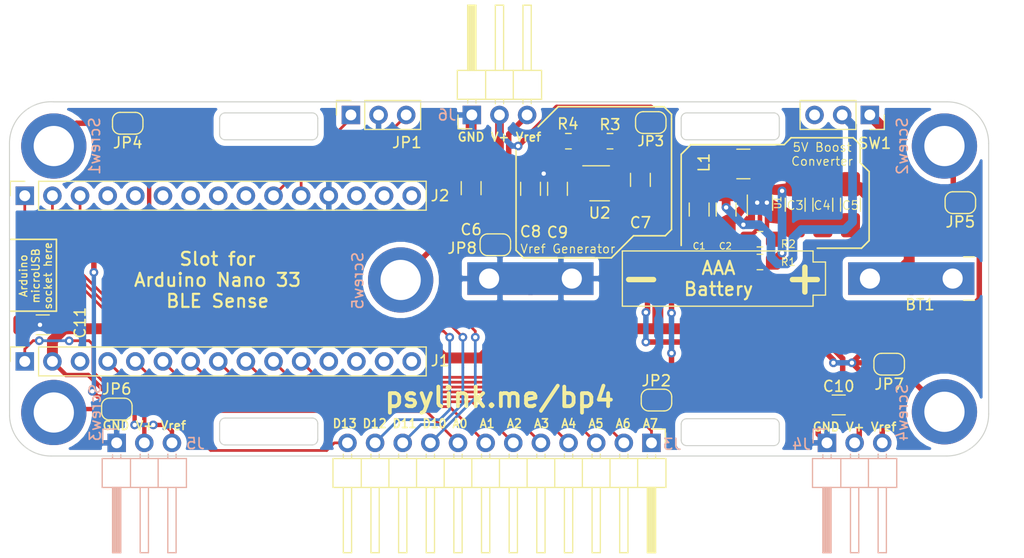
<source format=kicad_pcb>
(kicad_pcb (version 20171130) (host pcbnew 5.1.5+dfsg1-2build2)
  (layers (0 F.Cu signal) (31 B.Cu signal) (34 B.Paste user) (35 F.Paste user) (36 B.SilkS user) (37 F.SilkS user) (38 B.Mask user) (39 F.Mask user) (44 Edge.Cuts user))
  (net 0 "")
  (net 1 /GND)
  (net 2 "Net-(BT1-Pad1)")
  (net 3 /Vbat)
  (net 4 /V+)
  (net 5 /OpAmpV+)
  (net 6 /Vref)
  (net 7 /D13)
  (net 8 /AREF)
  (net 9 /A0)
  (net 10 /A1)
  (net 11 /A2)
  (net 12 /A3)
  (net 13 /A4)
  (net 14 /A5)
  (net 15 /A6)
  (net 16 /A7)
  (net 17 /+5V)
  (net 18 /RST2)
  (net 19 /GND2)
  (net 20 /VIN)
  (net 21 /TX)
  (net 22 /RX)
  (net 23 /RST)
  (net 24 /D2)
  (net 25 /D3)
  (net 26 /D4)
  (net 27 /D5)
  (net 28 /D6)
  (net 29 /D7)
  (net 30 /D8)
  (net 31 /D9)
  (net 32 /D11)
  (net 33 /D12)
  (net 34 /L)
  (net 35 /FB)
  (net 36 /Vdiv)
  (net 37 /D10)
  (net 38 "Net-(JP4-Pad2)")
  (net 39 "Net-(JP5-Pad2)")
  (net 40 "Net-(JP6-Pad2)")
  (net 41 "Net-(JP7-Pad2)")
  (net 42 "Net-(JP8-Pad2)")
  (module PsyLinkFootprints:BatteryHolder_Keystone_82_1xAAA (layer F.Cu) (at 112.069 41.656 180)
    (fp_text reference BT1 (at 3 -2.4 180) (layer F.SilkS))
    (fp_text value 1.2V)
    (pad 2 thru_hole rect (at 35 0 180) (size 6 3) (drill 1.85 (offset 1 0)) (layers *.Cu *.Mask) (net 1 /GND))
    (pad 1 thru_hole rect (at 7.6 0 180) (size 6 3) (drill 1.85 (offset -1 0)) (layers *.Cu *.Mask) (net 2 "Net-(BT1-Pad1)"))
    (pad 2 thru_hole rect (at 42.6 0 180) (size 6 3) (drill 1.85 (offset -1 0)) (layers *.Cu *.Mask) (net 1 /GND))
    (pad 1 thru_hole rect (at 0 0 180) (size 6 3) (drill 1.85 (offset 1 0)) (layers *.Cu *.Mask) (net 2 "Net-(BT1-Pad1)"))
  )
  (module Connector_PinSocket_2.54mm:PinSocket_1x15_P2.54mm_Vertical (layer F.Cu) (at 26.797 49.276 90)
    (fp_text reference J1 (at 0.0635 38.1635 180) (layer F.SilkS))
    (fp_text value "Left Pin Strip")
    (pad 1 thru_hole rect (at 0 0 90) (size 1.7 1.7) (drill 1) (layers *.Cu *.Mask) (net 7 /D13))
    (pad 2 thru_hole oval (at 0 2.54 90) (size 1.7 1.7) (drill 1) (layers *.Cu *.Mask) (net 4 /V+))
    (pad 3 thru_hole oval (at 0 5.08 90) (size 1.7 1.7) (drill 1) (layers *.Cu *.Mask) (net 8 /AREF))
    (pad 4 thru_hole oval (at 0 7.62 90) (size 1.7 1.7) (drill 1) (layers *.Cu *.Mask) (net 9 /A0))
    (pad 5 thru_hole oval (at 0 10.16 90) (size 1.7 1.7) (drill 1) (layers *.Cu *.Mask) (net 10 /A1))
    (pad 6 thru_hole oval (at 0 12.7 90) (size 1.7 1.7) (drill 1) (layers *.Cu *.Mask) (net 11 /A2))
    (pad 7 thru_hole oval (at 0 15.24 90) (size 1.7 1.7) (drill 1) (layers *.Cu *.Mask) (net 12 /A3))
    (pad 8 thru_hole oval (at 0 17.78 90) (size 1.7 1.7) (drill 1) (layers *.Cu *.Mask) (net 13 /A4))
    (pad 9 thru_hole oval (at 0 20.32 90) (size 1.7 1.7) (drill 1) (layers *.Cu *.Mask) (net 14 /A5))
    (pad 10 thru_hole oval (at 0 22.86 90) (size 1.7 1.7) (drill 1) (layers *.Cu *.Mask) (net 15 /A6))
    (pad 11 thru_hole oval (at 0 25.4 90) (size 1.7 1.7) (drill 1) (layers *.Cu *.Mask) (net 16 /A7))
    (pad 12 thru_hole oval (at 0 27.94 90) (size 1.7 1.7) (drill 1) (layers *.Cu *.Mask) (net 17 /+5V))
    (pad 13 thru_hole oval (at 0 30.48 90) (size 1.7 1.7) (drill 1) (layers *.Cu *.Mask) (net 18 /RST2))
    (pad 14 thru_hole oval (at 0 33.02 90) (size 1.7 1.7) (drill 1) (layers *.Cu *.Mask) (net 19 /GND2))
    (pad 15 thru_hole oval (at 0 35.56 90) (size 1.7 1.7) (drill 1) (layers *.Cu *.Mask) (net 20 /VIN))
  )
  (module Connector_PinSocket_2.54mm:PinSocket_1x15_P2.54mm_Vertical (layer F.Cu) (at 26.797 34.036 90)
    (fp_text reference J2 (at 0 38.1635 180) (layer F.SilkS))
    (fp_text value "Right Pin Strip")
    (pad 15 thru_hole oval (at 0 35.56 90) (size 1.7 1.7) (drill 1) (layers *.Cu *.Mask) (net 21 /TX))
    (pad 14 thru_hole oval (at 0 33.02 90) (size 1.7 1.7) (drill 1) (layers *.Cu *.Mask) (net 22 /RX))
    (pad 13 thru_hole oval (at 0 30.48 90) (size 1.7 1.7) (drill 1) (layers *.Cu *.Mask) (net 23 /RST))
    (pad 12 thru_hole oval (at 0 27.94 90) (size 1.7 1.7) (drill 1) (layers *.Cu *.Mask) (net 1 /GND))
    (pad 11 thru_hole oval (at 0 25.4 90) (size 1.7 1.7) (drill 1) (layers *.Cu *.Mask) (net 24 /D2))
    (pad 10 thru_hole oval (at 0 22.86 90) (size 1.7 1.7) (drill 1) (layers *.Cu *.Mask) (net 25 /D3))
    (pad 9 thru_hole oval (at 0 20.32 90) (size 1.7 1.7) (drill 1) (layers *.Cu *.Mask) (net 26 /D4))
    (pad 8 thru_hole oval (at 0 17.78 90) (size 1.7 1.7) (drill 1) (layers *.Cu *.Mask) (net 27 /D5))
    (pad 7 thru_hole oval (at 0 15.24 90) (size 1.7 1.7) (drill 1) (layers *.Cu *.Mask) (net 28 /D6))
    (pad 6 thru_hole oval (at 0 12.7 90) (size 1.7 1.7) (drill 1) (layers *.Cu *.Mask) (net 29 /D7))
    (pad 5 thru_hole oval (at 0 10.16 90) (size 1.7 1.7) (drill 1) (layers *.Cu *.Mask) (net 30 /D8))
    (pad 4 thru_hole oval (at 0 7.62 90) (size 1.7 1.7) (drill 1) (layers *.Cu *.Mask) (net 31 /D9))
    (pad 3 thru_hole oval (at 0 5.08 90) (size 1.7 1.7) (drill 1) (layers *.Cu *.Mask) (net 37 /D10))
    (pad 2 thru_hole oval (at 0 2.54 90) (size 1.7 1.7) (drill 1) (layers *.Cu *.Mask) (net 32 /D11))
    (pad 1 thru_hole rect (at 0 0 90) (size 1.7 1.7) (drill 1) (layers *.Cu *.Mask) (net 33 /D12))
  )
  (module Connector_PinSocket_2.54mm:PinSocket_1x03_P2.54mm_Vertical (layer F.Cu) (at 56.769 26.6065 90)
    (fp_text reference JP1 (at -2.54 5.1435 180) (layer F.SilkS))
    (fp_text value "Configuration Jumper")
    (pad 3 thru_hole oval (at 0 5.08 90) (size 1.7 1.7) (drill 1) (layers *.Cu *.Mask) (net 24 /D2))
    (pad 2 thru_hole oval (at 0 2.54 90) (size 1.7 1.7) (drill 1) (layers *.Cu *.Mask) (net 1 /GND))
    (pad 1 thru_hole rect (at 0 0 90) (size 1.7 1.7) (drill 1) (layers *.Cu *.Mask) (net 25 /D3))
  )
  (module Jumper:SolderJumper-2_P1.3mm_Open_RoundedPad1.0x1.5mm (layer F.Cu) (at 84.851 52.832 180)
    (fp_text reference JP2 (at 0.015 1.778) (layer F.SilkS))
    (fp_text value "Solder Jumper")
    (pad 1 smd custom (at -0.65 0 180) (size 1 0.5) (layers F.Cu F.Mask) (net 3 /Vbat) (options (clearance outline) (anchor rect)) (primitives (gr_circle (center 0 0.25) (end 0.5 0.25) (width 0)) (gr_circle (center 0 -0.25) (end 0.5 -0.25) (width 0)) (gr_poly (pts (xy 0 -0.75) (xy 0.5 -0.75) (xy 0.5 0.75) (xy 0 0.75)) (width 0))))
    (pad 2 smd custom (at 0.65 0 180) (size 1 0.5) (layers F.Cu F.Mask) (net 16 /A7) (options (clearance outline) (anchor rect)) (primitives (gr_circle (center 0 0.25) (end 0.5 0.25) (width 0)) (gr_circle (center 0 -0.25) (end 0.5 -0.25) (width 0)) (gr_poly (pts (xy 0 -0.75) (xy -0.5 -0.75) (xy -0.5 0.75) (xy 0 0.75)) (width 0))))
  )
  (module Jumper:SolderJumper-2_P1.3mm_Open_RoundedPad1.0x1.5mm (layer F.Cu) (at 84.328 27.305 180)
    (fp_text reference JP3 (at 0 -1.7145) (layer F.SilkS) (effects (font (size 0.9 0.9))))
    (fp_text value "Solder Jumper")
    (pad 2 smd custom (at 0.65 0 180) (size 1 0.5) (layers F.Cu F.Mask) (net 5 /OpAmpV+) (options (clearance outline) (anchor rect)) (primitives (gr_circle (center 0 0.25) (end 0.5 0.25) (width 0)) (gr_circle (center 0 -0.25) (end 0.5 -0.25) (width 0)) (gr_poly (pts (xy 0 -0.75) (xy -0.5 -0.75) (xy -0.5 0.75) (xy 0 0.75)) (width 0))))
    (pad 1 smd custom (at -0.65 0 180) (size 1 0.5) (layers F.Cu F.Mask) (net 4 /V+) (options (clearance outline) (anchor rect)) (primitives (gr_circle (center 0 0.25) (end 0.5 0.25) (width 0)) (gr_circle (center 0 -0.25) (end 0.5 -0.25) (width 0)) (gr_poly (pts (xy 0 -0.75) (xy 0.5 -0.75) (xy 0.5 0.75) (xy 0 0.75)) (width 0))))
  )
  (module Connector_PinSocket_2.54mm:PinSocket_1x03_P2.54mm_Vertical (layer F.Cu) (at 104.4575 26.6065 270)
    (fp_text reference SW1 (at 2.6035 -0.4445 180) (layer F.SilkS))
    (fp_text value "Power Switch")
    (pad 1 thru_hole rect (at 0 0 270) (size 1.7 1.7) (drill 1) (layers *.Cu *.Mask) (net 2 "Net-(BT1-Pad1)"))
    (pad 2 thru_hole oval (at 0 2.54 270) (size 1.7 1.7) (drill 1) (layers *.Cu *.Mask) (net 3 /Vbat))
    (pad 3 thru_hole oval (at 0 5.08 270) (size 1.7 1.7) (drill 1) (layers *.Cu *.Mask))
  )
  (module Package_TO_SOT_SMD:Texas_R-PDSO-G6 (layer F.Cu) (at 94.361 34.671 90)
    (fp_text reference U1 (at 0 1.651 270) (layer F.SilkS) (effects (font (size 0.6 0.6) (thickness 0.1))))
    (fp_text value TPS61220DCK)
    (pad 6 smd rect (at 1.3 -0.65 90) (size 1.3 0.4) (layers F.Cu F.Paste F.Mask) (net 3 /Vbat))
    (pad 4 smd rect (at 1.3 0.65 90) (size 1.3 0.4) (layers F.Cu F.Paste F.Mask) (net 4 /V+))
    (pad 2 smd rect (at -1.3 0 90) (size 1.3 0.4) (layers F.Cu F.Paste F.Mask) (net 35 /FB))
    (pad 5 smd rect (at 1.3 0 90) (size 1.3 0.4) (layers F.Cu F.Paste F.Mask) (net 34 /L))
    (pad 3 smd rect (at -1.3 0.65 90) (size 1.3 0.4) (layers F.Cu F.Paste F.Mask) (net 1 /GND))
    (pad 1 smd rect (at -1.3 -0.65 90) (size 1.3 0.4) (layers F.Cu F.Paste F.Mask) (net 3 /Vbat))
  )
  (module Package_TO_SOT_SMD:SOT-23-5 (layer F.Cu) (at 79.629 32.893)
    (fp_text reference U2 (at 0 2.7305) (layer F.SilkS))
    (fp_text value LM321)
    (pad 1 smd rect (at -1.6 -0.95) (size 2.06 0.65) (layers F.Cu F.Paste F.Mask) (net 36 /Vdiv))
    (pad 2 smd rect (at -1.6 0) (size 2.06 0.65) (layers F.Cu F.Paste F.Mask) (net 1 /GND))
    (pad 3 smd rect (at -1.6 0.95) (size 2.06 0.65) (layers F.Cu F.Paste F.Mask) (net 6 /Vref))
    (pad 4 smd rect (at 1.6 0.95) (size 2.06 0.65) (layers F.Cu F.Paste F.Mask) (net 6 /Vref))
    (pad 5 smd rect (at 1.6 -0.95) (size 2.06 0.65) (layers F.Cu F.Paste F.Mask) (net 5 /OpAmpV+))
  )
  (module Connector_PinHeader_2.54mm:PinHeader_1x12_P2.54mm_Horizontal (layer F.Cu) (at 84.3915 56.769 270)
    (fp_text reference J3 (at 0.127 -1.905) (layer B.SilkS) (effects (justify mirror)))
    (fp_text value "I/O Pin Strip")
    (pad 1 thru_hole rect (at 0 0 270) (size 1.7 1.7) (drill 1) (layers *.Cu *.Mask) (net 16 /A7))
    (pad 2 thru_hole oval (at 0 2.54 270) (size 1.7 1.7) (drill 1) (layers *.Cu *.Mask) (net 15 /A6))
    (pad 3 thru_hole oval (at 0 5.08 270) (size 1.7 1.7) (drill 1) (layers *.Cu *.Mask) (net 14 /A5))
    (pad 4 thru_hole oval (at 0 7.62 270) (size 1.7 1.7) (drill 1) (layers *.Cu *.Mask) (net 13 /A4))
    (pad 5 thru_hole oval (at 0 10.16 270) (size 1.7 1.7) (drill 1) (layers *.Cu *.Mask) (net 12 /A3))
    (pad 6 thru_hole oval (at 0 12.7 270) (size 1.7 1.7) (drill 1) (layers *.Cu *.Mask) (net 11 /A2))
    (pad 7 thru_hole oval (at 0 15.24 270) (size 1.7 1.7) (drill 1) (layers *.Cu *.Mask) (net 10 /A1))
    (pad 8 thru_hole oval (at 0 17.78 270) (size 1.7 1.7) (drill 1) (layers *.Cu *.Mask) (net 9 /A0))
    (pad 9 thru_hole oval (at 0 20.32 270) (size 1.7 1.7) (drill 1) (layers *.Cu *.Mask) (net 37 /D10))
    (pad 10 thru_hole oval (at 0 22.86 270) (size 1.7 1.7) (drill 1) (layers *.Cu *.Mask) (net 32 /D11))
    (pad 11 thru_hole oval (at 0 25.4 270) (size 1.7 1.7) (drill 1) (layers *.Cu *.Mask) (net 33 /D12))
    (pad 12 thru_hole oval (at 0 27.94 270) (size 1.7 1.7) (drill 1) (layers *.Cu *.Mask) (net 7 /D13))
  )
  (module Connector_PinHeader_2.54mm:PinHeader_1x03_P2.54mm_Horizontal (layer B.Cu) (at 100.5205 56.769 270)
    (fp_text reference J4 (at 0.127 2.3495 180) (layer B.SilkS) (effects (justify mirror)))
    (fp_text value "Power Pins A")
    (pad 1 thru_hole rect (at 0 0 270) (size 1.7 1.7) (drill 1) (layers *.Cu *.Mask) (net 1 /GND))
    (pad 2 thru_hole oval (at 0 -2.54 270) (size 1.7 1.7) (drill 1) (layers *.Cu *.Mask) (net 4 /V+))
    (pad 3 thru_hole oval (at 0 -5.08 270) (size 1.7 1.7) (drill 1) (layers *.Cu *.Mask) (net 6 /Vref))
  )
  (module Connector_PinHeader_2.54mm:PinHeader_1x03_P2.54mm_Horizontal (layer B.Cu) (at 35.2425 56.769 270)
    (fp_text reference J5 (at 0.0635 -7.239 180) (layer B.SilkS) (effects (justify mirror)))
    (fp_text value "Power Pins B")
    (pad 3 thru_hole oval (at 0 -5.08 270) (size 1.7 1.7) (drill 1) (layers *.Cu *.Mask) (net 6 /Vref))
    (pad 2 thru_hole oval (at 0 -2.54 270) (size 1.7 1.7) (drill 1) (layers *.Cu *.Mask) (net 4 /V+))
    (pad 1 thru_hole rect (at 0 0 270) (size 1.7 1.7) (drill 1) (layers *.Cu *.Mask) (net 1 /GND))
  )
  (module Connector_PinHeader_2.54mm:PinHeader_1x03_P2.54mm_Horizontal (layer F.Cu) (at 67.8815 26.6065 90)
    (fp_text reference J6 (at 0 -2.286) (layer B.SilkS) (effects (justify mirror)))
    (fp_text value "Power Pins C")
    (pad 3 thru_hole oval (at 0 5.08 90) (size 1.7 1.7) (drill 1) (layers *.Cu *.Mask) (net 6 /Vref))
    (pad 2 thru_hole oval (at 0 2.54 90) (size 1.7 1.7) (drill 1) (layers *.Cu *.Mask) (net 4 /V+))
    (pad 1 thru_hole rect (at 0 0 90) (size 1.7 1.7) (drill 1) (layers *.Cu *.Mask) (net 1 /GND))
  )
  (module Capacitor_SMD:C_1206_3216Metric_Pad1.42x1.75mm_HandSolder (layer F.Cu) (at 88.773 35.306 90)
    (fp_text reference C1 (at -3.3655 0 180) (layer F.SilkS) (effects (font (size 0.6 0.6) (thickness 0.1))))
    (fp_text value 10uF)
    (pad 2 smd roundrect (at 1.8875 0 90) (size 2.225 1.75) (layers F.Cu F.Paste F.Mask) (roundrect_rratio 0.175) (net 3 /Vbat))
    (pad 1 smd roundrect (at -1.8875 0 90) (size 2.225 1.75) (layers F.Cu F.Paste F.Mask) (roundrect_rratio 0.175) (net 1 /GND))
  )
  (module Capacitor_SMD:C_1206_3216Metric_Pad1.42x1.75mm_HandSolder (layer F.Cu) (at 91.2495 35.306 90)
    (fp_text reference C2 (at -3.3655 -0.0635) (layer F.SilkS) (effects (font (size 0.6 0.6) (thickness 0.1))))
    (fp_text value 100uF)
    (pad 1 smd roundrect (at -1.8875 0 90) (size 2.225 1.75) (layers F.Cu F.Paste F.Mask) (roundrect_rratio 0.175) (net 1 /GND))
    (pad 2 smd roundrect (at 1.6875 0 90) (size 1.825 1.75) (layers F.Cu F.Paste F.Mask) (roundrect_rratio 0.175) (net 3 /Vbat))
  )
  (module Capacitor_SMD:C_1206_3216Metric_Pad1.42x1.75mm_HandSolder (layer F.Cu) (at 97.5995 34.8615 270)
    (fp_text reference C3 (at 0.0635 0 180) (layer F.SilkS) (effects (font (size 0.8 0.8) (thickness 0.1))))
    (fp_text value 100uF)
    (pad 2 smd roundrect (at 1.8875 0 270) (size 2.225 1.75) (layers F.Cu F.Paste F.Mask) (roundrect_rratio 0.175) (net 1 /GND))
    (pad 1 smd roundrect (at -1.8875 0 270) (size 2.225 1.75) (layers F.Cu F.Paste F.Mask) (roundrect_rratio 0.175) (net 4 /V+))
  )
  (module Capacitor_SMD:C_1206_3216Metric_Pad1.42x1.75mm_HandSolder (layer F.Cu) (at 100.1395 34.8615 270)
    (fp_text reference C4 (at 0.0635 0.0635 180) (layer F.SilkS) (effects (font (size 0.8 0.8) (thickness 0.1))))
    (fp_text value 10uF)
    (pad 1 smd roundrect (at -1.8875 0 270) (size 2.225 1.75) (layers F.Cu F.Paste F.Mask) (roundrect_rratio 0.175) (net 4 /V+))
    (pad 2 smd roundrect (at 1.8875 0 270) (size 2.225 1.75) (layers F.Cu F.Paste F.Mask) (roundrect_rratio 0.175) (net 1 /GND))
  )
  (module Capacitor_SMD:C_1206_3216Metric_Pad1.42x1.75mm_HandSolder (layer F.Cu) (at 102.6795 34.8615 270)
    (fp_text reference C5 (at 0.0635 0 180) (layer F.SilkS) (effects (font (size 0.8 0.8) (thickness 0.1))))
    (fp_text value 10uF)
    (pad 1 smd roundrect (at -1.8875 0 270) (size 2.225 1.75) (layers F.Cu F.Paste F.Mask) (roundrect_rratio 0.175) (net 4 /V+))
    (pad 2 smd roundrect (at 1.8875 0 270) (size 2.225 1.75) (layers F.Cu F.Paste F.Mask) (roundrect_rratio 0.175) (net 1 /GND))
  )
  (module Capacitor_SMD:C_1206_3216Metric_Pad1.42x1.75mm_HandSolder (layer F.Cu) (at 67.818 33.3375 90)
    (fp_text reference C6 (at -3.81 0 180) (layer F.SilkS))
    (fp_text value 10uF)
    (pad 1 smd roundrect (at -1.8875 0 90) (size 2.225 1.75) (layers F.Cu F.Paste F.Mask) (roundrect_rratio 0.175) (net 4 /V+))
    (pad 2 smd roundrect (at 1.8875 0 90) (size 2.225 1.75) (layers F.Cu F.Paste F.Mask) (roundrect_rratio 0.175) (net 1 /GND))
  )
  (module Capacitor_SMD:C_1206_3216Metric_Pad1.42x1.75mm_HandSolder (layer F.Cu) (at 83.3755 32.5755 270)
    (fp_text reference C7 (at 3.937 0 180) (layer F.SilkS))
    (fp_text value 100uF)
    (pad 1 smd roundrect (at -1.8875 0 270) (size 2.225 1.75) (layers F.Cu F.Paste F.Mask) (roundrect_rratio 0.175) (net 5 /OpAmpV+))
    (pad 2 smd roundrect (at 1.8875 0 270) (size 2.225 1.75) (layers F.Cu F.Paste F.Mask) (roundrect_rratio 0.175) (net 1 /GND))
  )
  (module Capacitor_SMD:C_1206_3216Metric_Pad1.42x1.75mm_HandSolder (layer F.Cu) (at 73.279 33.401 90)
    (fp_text reference C8 (at -3.937 0 180) (layer F.SilkS))
    (fp_text value 10uF)
    (pad 1 smd roundrect (at -1.8875 0 90) (size 2.225 1.75) (layers F.Cu F.Paste F.Mask) (roundrect_rratio 0.175) (net 6 /Vref))
    (pad 2 smd roundrect (at 1.8875 0 90) (size 2.225 1.75) (layers F.Cu F.Paste F.Mask) (roundrect_rratio 0.175) (net 1 /GND))
  )
  (module Capacitor_SMD:C_1206_3216Metric_Pad1.42x1.75mm_HandSolder (layer F.Cu) (at 75.7555 33.401 90)
    (fp_text reference C9 (at -4.0005 0 180) (layer F.SilkS))
    (fp_text value 10uF)
    (pad 2 smd roundrect (at 1.8875 0 90) (size 2.225 1.75) (layers F.Cu F.Paste F.Mask) (roundrect_rratio 0.175) (net 1 /GND))
    (pad 1 smd roundrect (at -1.8875 0 90) (size 2.225 1.75) (layers F.Cu F.Paste F.Mask) (roundrect_rratio 0.175) (net 6 /Vref))
  )
  (module Capacitor_SMD:C_1206_3216Metric_Pad1.42x1.75mm_HandSolder (layer F.Cu) (at 101.6 53.2765 180)
    (fp_text reference C10 (at 0 1.7145) (layer F.SilkS))
    (fp_text value 10uF)
    (pad 1 smd roundrect (at -1.8875 0 180) (size 2.225 1.75) (layers F.Cu F.Paste F.Mask) (roundrect_rratio 0.175) (net 4 /V+))
    (pad 2 smd roundrect (at 1.8875 0 180) (size 2.225 1.75) (layers F.Cu F.Paste F.Mask) (roundrect_rratio 0.175) (net 1 /GND))
  )
  (module Capacitor_SMD:C_1206_3216Metric_Pad1.42x1.75mm_HandSolder (layer F.Cu) (at 28.448 45.9105 180)
    (fp_text reference C11 (at -3.429 0.1905 90) (layer F.SilkS))
    (fp_text value 10uF)
    (pad 1 smd roundrect (at -1.6875 0 180) (size 1.825 1.75) (layers F.Cu F.Paste F.Mask) (roundrect_rratio 0.175) (net 4 /V+))
    (pad 2 smd roundrect (at 1.7875 0 180) (size 1.825 1.75) (layers F.Cu F.Paste F.Mask) (roundrect_rratio 0.175) (net 1 /GND))
  )
  (module Inductor_SMD:L_1210_3225Metric_Pad1.42x2.65mm_HandSolder (layer F.Cu) (at 92.837 31.115)
    (fp_text reference L1 (at -3.6195 -0.127 90) (layer F.SilkS))
    (fp_text value 10uH)
    (pad 1 smd roundrect (at -1.7875 0) (size 2.025 2.65) (layers F.Cu F.Paste F.Mask) (roundrect_rratio 0.175) (net 3 /Vbat))
    (pad 2 smd roundrect (at 1.7875 0) (size 2.025 2.65) (layers F.Cu F.Paste F.Mask) (roundrect_rratio 0.175) (net 34 /L))
  )
  (module Resistor_SMD:R_0805_2012Metric_Pad1.15x1.40mm_HandSolder (layer F.Cu) (at 94.361 40.132 180)
    (fp_text reference R1 (at -2.6035 0) (layer F.SilkS) (effects (font (size 0.7 0.7) (thickness 0.1))))
    (fp_text value 1M/1%)
    (pad 1 smd roundrect (at -1.225 0 180) (size 1.35 1.4) (layers F.Cu F.Paste F.Mask) (roundrect_rratio 0.217) (net 4 /V+))
    (pad 2 smd roundrect (at 1.125 0 180) (size 1.35 1.4) (layers F.Cu F.Paste F.Mask) (roundrect_rratio 0.217) (net 35 /FB))
  )
  (module Resistor_SMD:R_0805_2012Metric_Pad1.15x1.40mm_HandSolder (layer F.Cu) (at 94.361 38.0365)
    (fp_text reference R2 (at 2.6035 0.4445) (layer F.SilkS) (effects (font (size 0.7 0.7) (thickness 0.1))))
    (fp_text value 110K/1%)
    (pad 1 smd roundrect (at -1.125 0) (size 1.35 1.4) (layers F.Cu F.Paste F.Mask) (roundrect_rratio 0.217) (net 35 /FB))
    (pad 2 smd roundrect (at 1.225 0) (size 1.35 1.4) (layers F.Cu F.Paste F.Mask) (roundrect_rratio 0.217) (net 1 /GND))
  )
  (module Resistor_SMD:R_0805_2012Metric_Pad1.15x1.40mm_HandSolder (layer F.Cu) (at 80.5815 29.0195 180)
    (fp_text reference R3 (at 0 1.524) (layer F.SilkS))
    (fp_text value 110K/1%)
    (pad 1 smd roundrect (at -1.125 0 180) (size 1.35 1.4) (layers F.Cu F.Paste F.Mask) (roundrect_rratio 0.217) (net 5 /OpAmpV+))
    (pad 2 smd roundrect (at 1.125 0 180) (size 1.35 1.4) (layers F.Cu F.Paste F.Mask) (roundrect_rratio 0.217) (net 36 /Vdiv))
  )
  (module Resistor_SMD:R_0805_2012Metric_Pad1.15x1.40mm_HandSolder (layer F.Cu) (at 76.7565 29.0195 180)
    (fp_text reference R4 (at 0.0485 1.5875) (layer F.SilkS))
    (fp_text value 110K/1%)
    (pad 1 smd roundrect (at -1.125 0 180) (size 1.35 1.4) (layers F.Cu F.Paste F.Mask) (roundrect_rratio 0.217) (net 36 /Vdiv))
    (pad 2 smd roundrect (at 1.125 0 180) (size 1.35 1.4) (layers F.Cu F.Paste F.Mask) (roundrect_rratio 0.217) (net 1 /GND))
  )
  (module Jumper:SolderJumper-2_P1.3mm_Open_RoundedPad1.0x1.5mm (layer F.Cu) (at 36.2585 27.3685 180)
    (fp_text reference JP4 (at 0 -1.8) (layer F.SilkS))
    (fp_text value SolderJumper_2_Open)
    (pad 1 smd custom (at -0.65 0 180) (size 1 0.5) (layers F.Cu F.Mask) (net 6 /Vref) (options (clearance outline) (anchor rect)) (primitives (gr_circle (center 0 0.25) (end 0.5 0.25) (width 0)) (gr_circle (center 0 -0.25) (end 0.5 -0.25) (width 0)) (gr_poly (pts (xy 0 -0.75) (xy 0.5 -0.75) (xy 0.5 0.75) (xy 0 0.75)) (width 0))))
    (pad 2 smd custom (at 0.65 0 180) (size 1 0.5) (layers F.Cu F.Mask) (net 38 "Net-(JP4-Pad2)") (options (clearance outline) (anchor rect)) (primitives (gr_circle (center 0 0.25) (end 0.5 0.25) (width 0)) (gr_circle (center 0 -0.25) (end 0.5 -0.25) (width 0)) (gr_poly (pts (xy 0 -0.75) (xy -0.5 -0.75) (xy -0.5 0.75) (xy 0 0.75)) (width 0))))
  )
  (module Jumper:SolderJumper-2_P1.3mm_Open_RoundedPad1.0x1.5mm (layer F.Cu) (at 112.776 34.671 180)
    (fp_text reference JP5 (at 0 -1.778) (layer F.SilkS))
    (fp_text value SolderJumper_2_Open)
    (pad 1 smd custom (at -0.65 0 180) (size 1 0.5) (layers F.Cu F.Mask) (net 6 /Vref) (options (clearance outline) (anchor rect)) (primitives (gr_circle (center 0 0.25) (end 0.5 0.25) (width 0)) (gr_circle (center 0 -0.25) (end 0.5 -0.25) (width 0)) (gr_poly (pts (xy 0 -0.75) (xy 0.5 -0.75) (xy 0.5 0.75) (xy 0 0.75)) (width 0))))
    (pad 2 smd custom (at 0.65 0 180) (size 1 0.5) (layers F.Cu F.Mask) (net 39 "Net-(JP5-Pad2)") (options (clearance outline) (anchor rect)) (primitives (gr_circle (center 0 0.25) (end 0.5 0.25) (width 0)) (gr_circle (center 0 -0.25) (end 0.5 -0.25) (width 0)) (gr_poly (pts (xy 0 -0.75) (xy -0.5 -0.75) (xy -0.5 0.75) (xy 0 0.75)) (width 0))))
  )
  (module Jumper:SolderJumper-2_P1.3mm_Open_RoundedPad1.0x1.5mm (layer F.Cu) (at 35.2575 53.6575 180)
    (fp_text reference JP6 (at 0.015 1.8415) (layer F.SilkS))
    (fp_text value SolderJumper_2_Open)
    (pad 1 smd custom (at -0.65 0 180) (size 1 0.5) (layers F.Cu F.Mask) (net 6 /Vref) (options (clearance outline) (anchor rect)) (primitives (gr_circle (center 0 0.25) (end 0.5 0.25) (width 0)) (gr_circle (center 0 -0.25) (end 0.5 -0.25) (width 0)) (gr_poly (pts (xy 0 -0.75) (xy 0.5 -0.75) (xy 0.5 0.75) (xy 0 0.75)) (width 0))))
    (pad 2 smd custom (at 0.65 0 180) (size 1 0.5) (layers F.Cu F.Mask) (net 40 "Net-(JP6-Pad2)") (options (clearance outline) (anchor rect)) (primitives (gr_circle (center 0 0.25) (end 0.5 0.25) (width 0)) (gr_circle (center 0 -0.25) (end 0.5 -0.25) (width 0)) (gr_poly (pts (xy 0 -0.75) (xy -0.5 -0.75) (xy -0.5 0.75) (xy 0 0.75)) (width 0))))
  )
  (module Jumper:SolderJumper-2_P1.3mm_Open_RoundedPad1.0x1.5mm (layer F.Cu) (at 106.2355 49.53)
    (fp_text reference JP7 (at 0 1.8415) (layer F.SilkS))
    (fp_text value SolderJumper_2_Open)
    (pad 2 smd custom (at 0.65 0) (size 1 0.5) (layers F.Cu F.Mask) (net 41 "Net-(JP7-Pad2)") (options (clearance outline) (anchor rect)) (primitives (gr_circle (center 0 0.25) (end 0.5 0.25) (width 0)) (gr_circle (center 0 -0.25) (end 0.5 -0.25) (width 0)) (gr_poly (pts (xy 0 -0.75) (xy -0.5 -0.75) (xy -0.5 0.75) (xy 0 0.75)) (width 0))))
    (pad 1 smd custom (at -0.65 0) (size 1 0.5) (layers F.Cu F.Mask) (net 6 /Vref) (options (clearance outline) (anchor rect)) (primitives (gr_circle (center 0 0.25) (end 0.5 0.25) (width 0)) (gr_circle (center 0 -0.25) (end 0.5 -0.25) (width 0)) (gr_poly (pts (xy 0 -0.75) (xy 0.5 -0.75) (xy 0.5 0.75) (xy 0 0.75)) (width 0))))
  )
  (module Jumper:SolderJumper-2_P1.3mm_Open_RoundedPad1.0x1.5mm (layer F.Cu) (at 70.0405 38.5445 180)
    (fp_text reference JP8 (at 3.048 -0.3175) (layer F.SilkS))
    (fp_text value SolderJumper_2_Open)
    (pad 2 smd custom (at 0.65 0 180) (size 1 0.5) (layers F.Cu F.Mask) (net 42 "Net-(JP8-Pad2)") (options (clearance outline) (anchor rect)) (primitives (gr_circle (center 0 0.25) (end 0.5 0.25) (width 0)) (gr_circle (center 0 -0.25) (end 0.5 -0.25) (width 0)) (gr_poly (pts (xy 0 -0.75) (xy -0.5 -0.75) (xy -0.5 0.75) (xy 0 0.75)) (width 0))))
    (pad 1 smd custom (at -0.65 0 180) (size 1 0.5) (layers F.Cu F.Mask) (net 6 /Vref) (options (clearance outline) (anchor rect)) (primitives (gr_circle (center 0 0.25) (end 0.5 0.25) (width 0)) (gr_circle (center 0 -0.25) (end 0.5 -0.25) (width 0)) (gr_poly (pts (xy 0 -0.75) (xy 0.5 -0.75) (xy 0.5 0.75) (xy 0 0.75)) (width 0))))
  )
  (module MountingHole:MountingHole_3.7mm_Pad (layer F.Cu) (at 29.464 29.464)
    (fp_text reference Screw1 (at 3.7465 0 90) (layer B.SilkS) (effects (justify mirror)))
    (fp_text value "Top Left")
    (pad 1 thru_hole circle (at 0 0) (size 6 6) (drill 3.7) (layers *.Cu *.Mask) (net 38 "Net-(JP4-Pad2)"))
  )
  (module MountingHole:MountingHole_3.7mm_Pad (layer F.Cu) (at 111.3155 29.464)
    (fp_text reference Screw2 (at -3.8735 0 90) (layer B.SilkS) (effects (justify mirror)))
    (fp_text value "Top Right")
    (pad 1 thru_hole circle (at 0 0) (size 6 6) (drill 3.7) (layers *.Cu *.Mask) (net 39 "Net-(JP5-Pad2)"))
  )
  (module MountingHole:MountingHole_3.7mm_Pad (layer F.Cu) (at 29.464 53.975 180)
    (fp_text reference Screw3 (at -3.81 0 90) (layer B.SilkS) (effects (justify mirror)))
    (fp_text value "Bottom Left")
    (pad 1 thru_hole circle (at 0 0 180) (size 6 6) (drill 3.7) (layers *.Cu *.Mask) (net 40 "Net-(JP6-Pad2)"))
  )
  (module MountingHole:MountingHole_3.7mm_Pad (layer F.Cu) (at 111.3155 53.9115)
    (fp_text reference Screw4 (at -3.8735 0.0635 90) (layer B.SilkS) (effects (justify mirror)))
    (fp_text value "Bottom Right")
    (pad 1 thru_hole circle (at 0 0) (size 6 6) (drill 3.7) (layers *.Cu *.Mask) (net 41 "Net-(JP7-Pad2)"))
  )
  (module MountingHole:MountingHole_3.7mm_Pad (layer F.Cu) (at 61.341 41.783)
    (fp_text reference Screw5 (at -3.937 0.0635 90) (layer B.SilkS) (effects (justify mirror)))
    (fp_text value Center)
    (pad 1 thru_hole circle (at 0 0) (size 6 6) (drill 3.7) (layers *.Cu *.Mask) (net 42 "Net-(JP8-Pad2)"))
  )
  (gr_line (start 103.6955 38.862) (end 99.6315 38.862) (layer F.SilkS) (width 0.15))
  (gr_line (start 104.394 38.1635) (end 103.6955 38.862) (layer F.SilkS) (width 0.15))
  (gr_line (start 104.394 31.8135) (end 104.394 38.1635) (layer F.SilkS) (width 0.15))
  (gr_line (start 103.5685 30.988) (end 104.394 31.8135) (layer F.SilkS) (width 0.15))
  (gr_line (start 103.5685 29.337) (end 103.5685 30.988) (layer F.SilkS) (width 0.15))
  (gr_line (start 102.9335 28.702) (end 103.5685 29.337) (layer F.SilkS) (width 0.15))
  (gr_line (start 102.616 28.702) (end 102.9335 28.702) (layer F.SilkS) (width 0.15))
  (gr_line (start 97.2185 28.702) (end 102.616 28.702) (layer F.SilkS) (width 0.15))
  (gr_line (start 96.5835 29.337) (end 97.2185 28.702) (layer F.SilkS) (width 0.15))
  (gr_line (start 86.233 37.1475) (end 86.233 26.9875) (layer F.SilkS) (width 0.15))
  (gr_line (start 85.6615 37.719) (end 86.233 37.1475) (layer F.SilkS) (width 0.15))
  (gr_line (start 82.7405 37.719) (end 85.6615 37.719) (layer F.SilkS) (width 0.15))
  (gr_text "5V Boost\nConverter" (at 100.076 30.226) (layer F.SilkS) (effects (font (size 0.8 0.8) (thickness 0.1))))
  (gr_line (start 72.644 39.751) (end 80.7085 39.751) (layer F.SilkS) (width 0.15))
  (gr_line (start 71.9455 39.0525) (end 72.644 39.751) (layer F.SilkS) (width 0.15))
  (gr_text "Vref Generator" (at 76.708 38.9255) (layer F.SilkS) (effects (font (size 0.8 0.8) (thickness 0.1))))
  (gr_line (start 75.819 25.8445) (end 73.9775 27.686) (layer F.SilkS) (width 0.15))
  (gr_line (start 85.5345 25.8445) (end 75.819 25.8445) (layer F.SilkS) (width 0.15))
  (gr_line (start 86.233 26.543) (end 85.5345 25.8445) (layer F.SilkS) (width 0.15))
  (gr_line (start 86.233 26.9875) (end 86.233 26.543) (layer F.SilkS) (width 0.15))
  (gr_line (start 80.7085 39.751) (end 82.7405 37.719) (layer F.SilkS) (width 0.15))
  (gr_line (start 71.9455 37.2745) (end 71.9455 39.0525) (layer F.SilkS) (width 0.15))
  (gr_line (start 71.9455 29.845) (end 71.9455 37.2745) (layer F.SilkS) (width 0.15))
  (gr_line (start 88.011 29.337) (end 96.5835 29.337) (layer F.SilkS) (width 0.15))
  (gr_line (start 87.122 30.226) (end 88.011 29.337) (layer F.SilkS) (width 0.15))
  (gr_line (start 87.122 38.608) (end 87.122 30.226) (layer F.SilkS) (width 0.15))
  (gr_text "D13 D12 D11 D10 A0  A1  A2  A3  A4  A5  A6  A7" (at 70.0405 54.991) (layer F.SilkS) (effects (font (size 0.8 0.75))))
  (gr_text "GND V+ Vref" (at 70.4215 28.6385) (layer F.SilkS) (effects (font (size 0.8 0.8))))
  (gr_text "GND V+ Vref" (at 103.0605 55.3085) (layer F.SilkS) (effects (font (size 0.8 0.8))))
  (gr_text "GND V+ Vref" (at 37.7825 55.1815) (layer F.SilkS) (effects (font (size 0.8 0.8))))
  (gr_text + (at 98.4885 41.529) (layer F.SilkS) (effects (font (size 3 3) (thickness 0.5))))
  (gr_text - (at 83.439 41.529) (layer F.SilkS) (effects (font (size 3 3) (thickness 0.5))))
  (gr_text "AAA\nBattery" (at 90.551 41.656) (layer F.SilkS) (effects (font (size 1.2 1.2) (thickness 0.2))))
  (gr_text "Slot for\nArduino Nano 33\nBLE Sense" (at 44.5135 41.783) (layer F.SilkS) (effects (font (size 1.2 1.2) (thickness 0.2))))
  (gr_line (start 25.5143 38.0492) (end 29.7053 38.0492) (layer F.SilkS) (width 0.15))
  (gr_line (start 29.7053 38.0492) (end 29.7053 44.6532) (layer F.SilkS) (width 0.15))
  (gr_line (start 29.7053 44.6532) (end 25.5143 44.6532) (layer F.SilkS) (width 0.15))
  (gr_text "Arduino\nmicroUSB\nsocket here" (at 27.8003 41.402 90) (layer F.SilkS) (effects (font (size 0.7 0.7) (thickness 0.12))))
  (gr_text psylink.me/bp4 (at 70.4215 52.578) (layer F.SilkS) (effects (font (size 1.8 1.8) (thickness 0.35))))
  (gr_arc (start 53.213 28.3845) (end 53.213 28.8925) (angle -90) (layer Edge.Cuts) (width 0.1))
  (gr_line (start 53.213 56.9595) (end 45.212 56.9595) (layer Edge.Cuts) (width 0.1))
  (gr_line (start 53.213 28.8925) (end 45.212 28.8925) (layer Edge.Cuts) (width 0.1))
  (gr_arc (start 53.213 56.4515) (end 53.213 56.9595) (angle -90) (layer Edge.Cuts) (width 0.1))
  (gr_arc (start 53.213 26.924) (end 53.721 26.924) (angle -90) (layer Edge.Cuts) (width 0.1))
  (gr_line (start 53.721 56.4515) (end 53.721 54.991) (layer Edge.Cuts) (width 0.1))
  (gr_arc (start 45.212 54.991) (end 45.212 54.483) (angle -90) (layer Edge.Cuts) (width 0.1))
  (gr_arc (start 53.213 54.991) (end 53.721 54.991) (angle -90) (layer Edge.Cuts) (width 0.1))
  (gr_line (start 53.721 28.3845) (end 53.721 26.924) (layer Edge.Cuts) (width 0.1))
  (gr_line (start 53.213 54.483) (end 45.212 54.483) (layer Edge.Cuts) (width 0.1))
  (gr_arc (start 45.212 28.3845) (end 44.704 28.3845) (angle -90) (layer Edge.Cuts) (width 0.1))
  (gr_line (start 44.704 26.924) (end 44.704 28.3845) (layer Edge.Cuts) (width 0.1))
  (gr_arc (start 45.212 26.924) (end 45.212 26.416) (angle -90) (layer Edge.Cuts) (width 0.1))
  (gr_line (start 53.213 26.416) (end 45.212 26.416) (layer Edge.Cuts) (width 0.1))
  (gr_arc (start 45.212 56.4515) (end 44.704 56.4515) (angle -90) (layer Edge.Cuts) (width 0.1))
  (gr_line (start 44.704 54.991) (end 44.704 56.4515) (layer Edge.Cuts) (width 0.1))
  (gr_line (start 95.631 28.8925) (end 87.63 28.8925) (layer Edge.Cuts) (width 0.1))
  (gr_arc (start 95.631 28.3845) (end 95.631 28.8925) (angle -90) (layer Edge.Cuts) (width 0.1))
  (gr_line (start 96.139 28.3845) (end 96.139 26.924) (layer Edge.Cuts) (width 0.1))
  (gr_arc (start 87.63 26.924) (end 87.63 26.416) (angle -90) (layer Edge.Cuts) (width 0.1))
  (gr_arc (start 95.631 26.924) (end 96.139 26.924) (angle -90) (layer Edge.Cuts) (width 0.1))
  (gr_line (start 95.631 26.416) (end 87.63 26.416) (layer Edge.Cuts) (width 0.1))
  (gr_arc (start 87.63 28.3845) (end 87.122 28.3845) (angle -90) (layer Edge.Cuts) (width 0.1))
  (gr_line (start 87.122 26.924) (end 87.122 28.3845) (layer Edge.Cuts) (width 0.1))
  (gr_arc (start 95.631 56.515) (end 95.631 57.023) (angle -90) (layer Edge.Cuts) (width 0.1))
  (gr_arc (start 95.631 55.0545) (end 96.139 55.0545) (angle -90) (layer Edge.Cuts) (width 0.1))
  (gr_line (start 96.139 56.515) (end 96.139 55.0545) (layer Edge.Cuts) (width 0.1))
  (gr_arc (start 87.63 56.515) (end 87.122 56.515) (angle -90) (layer Edge.Cuts) (width 0.1))
  (gr_line (start 95.631 57.023) (end 87.63 57.023) (layer Edge.Cuts) (width 0.1))
  (gr_line (start 87.122 55.0545) (end 87.122 56.515) (layer Edge.Cuts) (width 0.1))
  (gr_arc (start 87.63 55.0545) (end 87.63 54.5465) (angle -90) (layer Edge.Cuts) (width 0.1))
  (gr_line (start 95.631 54.5465) (end 87.63 54.5465) (layer Edge.Cuts) (width 0.1))
  (gr_arc (start 29.21 54.1655) (end 25.4 54.2925) (angle -88.09084757) (layer Edge.Cuts) (width 0.1))
  (gr_arc (start 111.506 54.102) (end 111.506 57.9755) (angle -90) (layer Edge.Cuts) (width 0.1))
  (gr_arc (start 29.21 29.21) (end 29.464 25.4) (angle -93.81407483) (layer Edge.Cuts) (width 0.1))
  (gr_arc (start 111.5695 29.21) (end 115.3795 29.21) (angle -90) (layer Edge.Cuts) (width 0.1))
  (gr_line (start 29.21 57.977616) (end 111.506 57.9755) (layer Edge.Cuts) (width 0.1))
  (gr_line (start 25.391543 29.21) (end 25.4 54.2925) (layer Edge.Cuts) (width 0.1))
  (gr_line (start 111.5695 25.4) (end 29.464 25.4) (layer Edge.Cuts) (width 0.1))
  (gr_line (start 115.3795 29.21) (end 115.3795 54.102) (layer Edge.Cuts) (width 0.1))
  (segment (start 76.9015 32.893) (end 78.656 32.893) (width 0.5) (layer F.Cu) (net 1))
  (segment (start 76.0095 32.001) (end 76.9015 32.893) (width 0.5) (layer F.Cu) (net 1))
  (segment (start 83.3755 33.3505) (end 83.3755 33.9755) (width 0.5) (layer F.Cu) (net 1))
  (segment (start 82.918 32.893) (end 83.3755 33.3505) (width 0.5) (layer F.Cu) (net 1))
  (segment (start 78.656 32.893) (end 82.918 32.893) (width 0.5) (layer F.Cu) (net 1))
  (segment (start 75.819 31.8105) (end 76.0095 32.001) (width 1) (layer F.Cu) (net 1))
  (segment (start 75.819 29.6545) (end 75.819 31.8105) (width 1) (layer F.Cu) (net 1))
  (segment (start 75.819 32.001) (end 74.4885 32.001) (width 1) (layer F.Cu) (net 1))
  (segment (start 67.818 26.7335) (end 67.8815 26.67) (width 1) (layer F.Cu) (net 1))
  (segment (start 67.818 32.001) (end 67.818 26.7335) (width 1) (layer F.Cu) (net 1))
  (segment (start 88.773 36.706) (end 90.04 36.706) (width 0.5) (layer F.Cu) (net 1))
  (segment (start 102.5495 36.2645) (end 102.5525 36.2615) (width 0.5) (layer F.Cu) (net 1))
  (segment (start 97.666 36.322) (end 102.616 36.322) (width 1) (layer F.Cu) (net 1))
  (via (at 94.996 34.671) (size 0.8) (drill 0.4) (layers F.Cu B.Cu) (net 1))
  (via (at 94.107 34.671) (size 0.8) (drill 0.4) (layers F.Cu B.Cu) (net 1))
  (segment (start 90.04 36.706) (end 91.2495 36.706) (width 0.5) (layer F.Cu) (net 1))
  (via (at 74.4885 32.001) (size 0.8) (drill 0.4) (layers F.Cu B.Cu) (net 1))
  (segment (start 35.306 56.769) (end 35.3695 56.8325) (width 0.5) (layer B.Cu) (net 1))
  (via (at 28.194 45.9105) (size 0.8) (drill 0.4) (layers F.Cu B.Cu) (net 1))
  (segment (start 26.6605 45.9105) (end 28.194 45.9105) (width 0.4) (layer F.Cu) (net 1))
  (segment (start 95.011 37.4615) (end 95.586 38.0365) (width 0.4) (layer F.Cu) (net 1))
  (segment (start 95.011 35.971) (end 95.011 37.4615) (width 0.4) (layer F.Cu) (net 1))
  (segment (start 99.7125 55.961) (end 100.5205 56.769) (width 0.5) (layer F.Cu) (net 1))
  (segment (start 99.7125 53.7845) (end 99.7125 55.961) (width 0.5) (layer F.Cu) (net 1))
  (segment (start 74.4885 32.001) (end 73.2155 32.001) (width 1) (layer F.Cu) (net 1))
  (segment (start 104.469 41.656) (end 112.069 41.656) (width 0.4) (layer F.Cu) (net 2))
  (segment (start 108.077 40.0685) (end 106.4895 41.656) (width 1) (layer F.Cu) (net 2))
  (segment (start 106.4895 41.656) (end 104.469 41.656) (width 1) (layer F.Cu) (net 2))
  (segment (start 108.077 34.417) (end 108.077 40.0685) (width 1) (layer F.Cu) (net 2))
  (segment (start 106.553 32.893) (end 108.077 34.417) (width 1) (layer F.Cu) (net 2))
  (segment (start 106.553 28.702) (end 106.553 32.893) (width 1) (layer F.Cu) (net 2))
  (segment (start 104.4575 26.6065) (end 106.553 28.702) (width 1) (layer F.Cu) (net 2))
  (segment (start 91.5845 33.571) (end 91.2495 33.906) (width 0.25) (layer F.Cu) (net 3))
  (segment (start 93.711 33.571) (end 91.5845 33.571) (width 0.25) (layer F.Cu) (net 3))
  (segment (start 91.3495 33.806) (end 91.2495 33.906) (width 1) (layer F.Cu) (net 3))
  (segment (start 91.0495 33.4185) (end 91.2495 33.6185) (width 0.5) (layer F.Cu) (net 3))
  (segment (start 91.2495 31.315) (end 91.0495 31.115) (width 0.8) (layer F.Cu) (net 3))
  (segment (start 91.2495 33.6185) (end 91.2495 31.315) (width 0.8) (layer F.Cu) (net 3))
  (segment (start 88.973 33.6185) (end 88.773 33.4185) (width 0.5) (layer F.Cu) (net 3))
  (segment (start 91.2495 33.6185) (end 88.973 33.6185) (width 0.5) (layer F.Cu) (net 3))
  (segment (start 88.773 33.4185) (end 88.565 33.4185) (width 0.5) (layer F.Cu) (net 3))
  (segment (start 88.565 33.4185) (end 86.233 35.7505) (width 0.5) (layer F.Cu) (net 3))
  (segment (start 86.233 35.7505) (end 86.233 44.831) (width 0.5) (layer F.Cu) (net 3))
  (via (at 86.233 44.831) (size 0.8) (drill 0.4) (layers F.Cu B.Cu) (net 3))
  (segment (start 86.233 44.831) (end 86.1695 44.8945) (width 0.5) (layer B.Cu) (net 3))
  (via (at 86.233 48.514) (size 0.8) (drill 0.4) (layers F.Cu B.Cu) (net 3))
  (segment (start 86.233 52.1) (end 85.501 52.832) (width 0.5) (layer F.Cu) (net 3))
  (segment (start 86.233 44.831) (end 86.233 48.514) (width 0.5) (layer B.Cu) (net 3))
  (segment (start 86.233 48.514) (end 86.1695 48.5775) (width 0.5) (layer F.Cu) (net 3))
  (segment (start 86.233 48.641) (end 86.233 52.1) (width 0.5) (layer F.Cu) (net 3))
  (segment (start 86.1695 48.5775) (end 86.233 48.641) (width 0.5) (layer F.Cu) (net 3))
  (via (at 91.2495 35.1155) (size 0.8) (drill 0.4) (layers F.Cu B.Cu) (net 3))
  (via (at 92.837 36.703) (size 0.8) (drill 0.4) (layers F.Cu B.Cu) (net 3))
  (segment (start 92.837 36.703) (end 92.837 36.645) (width 0.5) (layer F.Cu) (net 3))
  (segment (start 92.837 36.703) (end 91.2495 35.1155) (width 0.8) (layer B.Cu) (net 3))
  (segment (start 91.2495 35.1155) (end 91.2495 33.6185) (width 0.8) (layer F.Cu) (net 3))
  (segment (start 102.87 27.559) (end 101.9175 26.6065) (width 0.8) (layer B.Cu) (net 3))
  (segment (start 102.1715 37.1475) (end 102.87 36.449) (width 0.8) (layer B.Cu) (net 3))
  (segment (start 98.171 37.1475) (end 102.1715 37.1475) (width 0.8) (layer B.Cu) (net 3))
  (segment (start 97.39301 37.92549) (end 98.171 37.1475) (width 0.8) (layer B.Cu) (net 3))
  (segment (start 97.39301 39.720717) (end 97.39301 37.92549) (width 0.8) (layer B.Cu) (net 3))
  (segment (start 96.807217 40.30651) (end 97.39301 39.720717) (width 0.8) (layer B.Cu) (net 3))
  (segment (start 95.978783 40.30651) (end 96.807217 40.30651) (width 0.8) (layer B.Cu) (net 3))
  (segment (start 102.87 36.449) (end 102.87 27.559) (width 0.8) (layer B.Cu) (net 3))
  (segment (start 95.377 39.704727) (end 95.978783 40.30651) (width 0.8) (layer B.Cu) (net 3))
  (segment (start 94.2975 36.703) (end 95.377 37.7825) (width 0.8) (layer B.Cu) (net 3))
  (segment (start 95.377 37.7825) (end 95.377 39.704727) (width 0.8) (layer B.Cu) (net 3))
  (segment (start 92.837 36.703) (end 94.2975 36.703) (width 0.8) (layer B.Cu) (net 3))
  (segment (start 29.337 49.276) (end 29.21 49.276) (width 1) (layer F.Cu) (net 4))
  (segment (start 97.6025 33.4615) (end 97.5995 33.4645) (width 0.5) (layer F.Cu) (net 4))
  (segment (start 67.818 35.225) (end 69.677 35.225) (width 0.8) (layer F.Cu) (net 4))
  (segment (start 70.4215 34.4805) (end 70.4215 26.67) (width 0.8) (layer F.Cu) (net 4))
  (segment (start 100.584 39.0525) (end 104.013 39.0525) (width 1) (layer F.Cu) (net 4))
  (segment (start 104.013 39.0525) (end 105.029 38.0365) (width 1) (layer F.Cu) (net 4))
  (segment (start 103.512 33.274) (end 102.637 33.274) (width 1) (layer F.Cu) (net 4))
  (segment (start 105.029 34.798) (end 103.5545 33.3235) (width 1) (layer F.Cu) (net 4))
  (segment (start 102.6795 33.4645) (end 97.5995 33.4645) (width 1) (layer F.Cu) (net 4))
  (segment (start 99.229999 46.270999) (end 100.584 44.916998) (width 1) (layer F.Cu) (net 4))
  (segment (start 29.337 47.371) (end 30.437001 46.270999) (width 1) (layer F.Cu) (net 4))
  (segment (start 100.584 44.916998) (end 100.584 39.0525) (width 1) (layer F.Cu) (net 4))
  (segment (start 29.337 49.276) (end 29.337 47.371) (width 1) (layer F.Cu) (net 4))
  (segment (start 30.437001 46.270999) (end 34.142499 46.270999) (width 1) (layer F.Cu) (net 4))
  (segment (start 34.142499 46.270999) (end 35.179 47.3075) (width 1) (layer F.Cu) (net 4))
  (segment (start 63.627 47.3075) (end 65.278 48.9585) (width 1) (layer F.Cu) (net 4))
  (segment (start 35.179 47.3075) (end 63.627 47.3075) (width 1) (layer F.Cu) (net 4))
  (segment (start 69.677 35.225) (end 70.4215 34.4805) (width 0.8) (layer F.Cu) (net 4))
  (segment (start 100.665 44.997998) (end 100.584 44.916998) (width 0.5) (layer F.Cu) (net 4))
  (segment (start 99.229999 46.270999) (end 101.9635 49.0045) (width 0.5) (layer F.Cu) (net 4))
  (segment (start 105.029 34.798) (end 105.029 38.0365) (width 1) (layer F.Cu) (net 4))
  (segment (start 65.278 48.9585) (end 68.7705 48.9585) (width 1) (layer F.Cu) (net 4))
  (segment (start 71.458001 46.270999) (end 99.229999 46.270999) (width 1) (layer F.Cu) (net 4))
  (segment (start 68.7705 48.9585) (end 71.458001 46.270999) (width 1) (layer F.Cu) (net 4))
  (segment (start 84.978 27.305) (end 84.978 46.270999) (width 1) (layer F.Cu) (net 4))
  (segment (start 95.586 40.132) (end 95.586 40.1135) (width 0.4) (layer F.Cu) (net 4))
  (via (at 96.393 39.3065) (size 0.8) (drill 0.4) (layers F.Cu B.Cu) (net 4))
  (via (at 96.393 33.5915) (size 0.8) (drill 0.4) (layers F.Cu B.Cu) (net 4))
  (segment (start 96.393 39.3065) (end 96.393 33.5915) (width 0.8) (layer B.Cu) (net 4))
  (segment (start 96.393 39.325) (end 95.586 40.132) (width 0.8) (layer F.Cu) (net 4))
  (segment (start 96.393 39.3065) (end 96.393 39.325) (width 0.8) (layer F.Cu) (net 4))
  (segment (start 101.9635 49.0045) (end 101.9635 51.1) (width 0.5) (layer F.Cu) (net 4))
  (segment (start 103.4875 52.624) (end 103.4875 53.7845) (width 0.5) (layer F.Cu) (net 4))
  (segment (start 101.9635 51.1) (end 103.4875 52.624) (width 0.5) (layer F.Cu) (net 4))
  (segment (start 103.4875 56.342) (end 103.0605 56.769) (width 0.5) (layer F.Cu) (net 4))
  (segment (start 103.4875 53.7845) (end 103.4875 56.342) (width 0.5) (layer F.Cu) (net 4))
  (segment (start 30.587001 50.526001) (end 29.337 49.276) (width 0.4) (layer F.Cu) (net 4))
  (segment (start 32.638525 50.526001) (end 30.587001 50.526001) (width 0.4) (layer F.Cu) (net 4))
  (segment (start 34.014543 51.902019) (end 32.638525 50.526001) (width 0.4) (layer F.Cu) (net 4))
  (segment (start 35.96352 51.90202) (end 34.014543 51.902019) (width 0.4) (layer F.Cu) (net 4))
  (segment (start 37.7825 53.721) (end 35.96352 51.90202) (width 0.4) (layer F.Cu) (net 4))
  (segment (start 37.7825 56.7055) (end 37.7825 53.721) (width 0.4) (layer F.Cu) (net 4))
  (segment (start 84.978 26.557408) (end 84.328592 25.908) (width 0.5) (layer F.Cu) (net 4))
  (segment (start 84.328592 25.908) (end 75.692 25.908) (width 0.5) (layer F.Cu) (net 4))
  (segment (start 84.978 27.305) (end 84.978 26.557408) (width 0.5) (layer F.Cu) (net 4))
  (segment (start 75.692 25.908) (end 72.136 29.464) (width 0.5) (layer F.Cu) (net 4))
  (via (at 72.136 29.464) (size 0.8) (drill 0.4) (layers F.Cu B.Cu) (net 4))
  (segment (start 71.570315 29.464) (end 70.4215 28.315185) (width 0.5) (layer B.Cu) (net 4))
  (segment (start 72.136 29.464) (end 71.570315 29.464) (width 0.5) (layer B.Cu) (net 4))
  (segment (start 70.4215 28.315185) (end 70.4215 26.67) (width 0.5) (layer B.Cu) (net 4))
  (segment (start 82.608 31.943) (end 83.3755 31.1755) (width 0.5) (layer F.Cu) (net 5))
  (segment (start 80.856 31.943) (end 82.608 31.943) (width 0.5) (layer F.Cu) (net 5))
  (segment (start 83.678 30.873) (end 83.3755 31.1755) (width 1) (layer F.Cu) (net 5))
  (segment (start 81.707 29.0195) (end 83.3755 30.688) (width 1) (layer F.Cu) (net 5))
  (segment (start 81.7065 29.0195) (end 81.707 29.0195) (width 1) (layer F.Cu) (net 5))
  (segment (start 83.678 30.3855) (end 83.3755 30.688) (width 1) (layer F.Cu) (net 5))
  (segment (start 83.678 27.305) (end 83.678 30.3855) (width 1) (layer F.Cu) (net 5))
  (segment (start 73.2155 34.801) (end 75.819 34.801) (width 1) (layer F.Cu) (net 6))
  (segment (start 76.9675 33.843) (end 76.0095 34.801) (width 0.5) (layer F.Cu) (net 6))
  (segment (start 78.656 33.843) (end 76.9675 33.843) (width 0.5) (layer F.Cu) (net 6))
  (segment (start 78.656 33.843) (end 80.856 33.843) (width 0.5) (layer F.Cu) (net 6))
  (segment (start 73.279 35.2885) (end 72.055 35.2885) (width 0.5) (layer F.Cu) (net 6))
  (segment (start 72.055 35.2885) (end 71.72325 34.95675) (width 0.5) (layer F.Cu) (net 6))
  (segment (start 71.27151 28.35999) (end 72.9615 26.67) (width 0.5) (layer F.Cu) (net 6))
  (segment (start 71.27151 34.50501) (end 71.27151 28.35999) (width 0.5) (layer F.Cu) (net 6))
  (segment (start 71.72325 34.95675) (end 71.27151 34.50501) (width 0.5) (layer F.Cu) (net 6))
  (segment (start 73.279 36.401) (end 72.4055 37.2745) (width 0.5) (layer F.Cu) (net 6))
  (segment (start 73.279 35.2885) (end 73.279 36.401) (width 0.5) (layer F.Cu) (net 6))
  (segment (start 34.6075 37.2745) (end 34.544 37.2745) (width 0.4) (layer F.Cu) (net 6))
  (via (at 101.1135 49.403) (size 0.8) (drill 0.4) (layers F.Cu B.Cu) (net 6))
  (segment (start 83.878 47.4925) (end 99.461538 47.4925) (width 0.5) (layer F.Cu) (net 6))
  (via (at 102.8135 49.403) (size 0.8) (drill 0.4) (layers F.Cu B.Cu) (net 6))
  (segment (start 72.4055 37.2745) (end 79.8195 37.2745) (width 0.5) (layer F.Cu) (net 6))
  (via (at 83.878 44.7675) (size 0.8) (drill 0.4) (layers F.Cu B.Cu) (net 6))
  (segment (start 83.878 44.7675) (end 83.878 47.4925) (width 0.5) (layer B.Cu) (net 6))
  (segment (start 79.8195 37.2745) (end 84.02799 41.48299) (width 0.5) (layer F.Cu) (net 6))
  (segment (start 84.02799 41.48299) (end 84.02799 44.61751) (width 0.5) (layer F.Cu) (net 6))
  (segment (start 84.02799 44.61751) (end 83.878 44.7675) (width 0.5) (layer F.Cu) (net 6))
  (segment (start 101.1135 49.144462) (end 101.1135 49.403) (width 0.5) (layer F.Cu) (net 6))
  (segment (start 101.679185 49.403) (end 102.8135 49.403) (width 0.5) (layer B.Cu) (net 6))
  (via (at 83.878 47.4925) (size 0.8) (drill 0.4) (layers F.Cu B.Cu) (net 6))
  (segment (start 99.461538 47.4925) (end 101.1135 49.144462) (width 0.5) (layer F.Cu) (net 6))
  (segment (start 101.1135 49.403) (end 101.679185 49.403) (width 0.5) (layer B.Cu) (net 6))
  (segment (start 105.6005 52.19) (end 105.6005 56.769) (width 0.5) (layer F.Cu) (net 6))
  (segment (start 102.8135 49.403) (end 105.6005 52.19) (width 0.5) (layer F.Cu) (net 6))
  (segment (start 70.6905 37.577) (end 70.6905 38.5445) (width 0.5) (layer F.Cu) (net 6))
  (segment (start 70.993 37.2745) (end 70.6905 37.577) (width 0.5) (layer F.Cu) (net 6))
  (segment (start 72.4055 37.2745) (end 70.993 37.2745) (width 0.5) (layer F.Cu) (net 6))
  (segment (start 38.227 28.687) (end 36.9085 27.3685) (width 0.4) (layer F.Cu) (net 6))
  (segment (start 38.227 37.2745) (end 38.227 28.687) (width 0.4) (layer F.Cu) (net 6))
  (segment (start 70.993 37.2745) (end 38.227 37.2745) (width 0.5) (layer F.Cu) (net 6))
  (segment (start 38.227 37.2745) (end 34.6075 37.2745) (width 0.5) (layer F.Cu) (net 6))
  (segment (start 33.147 38.1635) (end 33.147 41.0845) (width 0.5) (layer F.Cu) (net 6))
  (via (at 33.147 41.0845) (size 0.8) (drill 0.4) (layers F.Cu B.Cu) (net 6))
  (segment (start 34.6075 37.2745) (end 34.036 37.2745) (width 0.5) (layer F.Cu) (net 6))
  (segment (start 34.036 37.2745) (end 33.147 38.1635) (width 0.5) (layer F.Cu) (net 6))
  (segment (start 36.4075 53.6575) (end 36.8935 54.1435) (width 0.4) (layer F.Cu) (net 6))
  (segment (start 35.9075 53.6575) (end 36.4075 53.6575) (width 0.4) (layer F.Cu) (net 6))
  (segment (start 36.8935 54.1435) (end 36.8935 55.118) (width 0.4) (layer F.Cu) (net 6))
  (via (at 36.8935 55.118) (size 0.8) (drill 0.4) (layers F.Cu B.Cu) (net 6))
  (segment (start 36.8935 55.118) (end 38.608 55.118) (width 0.4) (layer B.Cu) (net 6))
  (via (at 38.608 55.118) (size 0.8) (drill 0.4) (layers F.Cu B.Cu) (net 6))
  (segment (start 38.608 55.118) (end 39.751 55.118) (width 0.4) (layer F.Cu) (net 6))
  (segment (start 39.751 55.118) (end 40.3225 55.6895) (width 0.4) (layer F.Cu) (net 6))
  (segment (start 40.3225 55.6895) (end 40.3225 56.7055) (width 0.4) (layer F.Cu) (net 6))
  (segment (start 33.147 51.8795) (end 33.003826 52.022674) (width 0.4) (layer B.Cu) (net 6))
  (segment (start 33.147 41.0845) (end 33.147 51.8795) (width 0.4) (layer B.Cu) (net 6))
  (via (at 33.003826 52.022674) (size 0.8) (drill 0.4) (layers F.Cu B.Cu) (net 6))
  (segment (start 35.505082 52.50749) (end 35.9075 52.909908) (width 0.4) (layer F.Cu) (net 6))
  (segment (start 33.488642 52.50749) (end 35.505082 52.50749) (width 0.4) (layer F.Cu) (net 6))
  (segment (start 35.9075 52.909908) (end 35.9075 53.6575) (width 0.4) (layer F.Cu) (net 6))
  (segment (start 33.003826 52.022674) (end 33.488642 52.50749) (width 0.4) (layer F.Cu) (net 6))
  (segment (start 105.6005 52.19) (end 105.5855 52.175) (width 0.5) (layer F.Cu) (net 6))
  (segment (start 114.519001 43.516001) (end 110.346502 47.6885) (width 0.5) (layer F.Cu) (net 6))
  (segment (start 114.519001 35.764001) (end 114.519001 43.516001) (width 0.5) (layer F.Cu) (net 6))
  (segment (start 113.426 34.671) (end 114.519001 35.764001) (width 0.5) (layer F.Cu) (net 6))
  (segment (start 104.528 47.6885) (end 110.346502 47.6885) (width 0.5) (layer F.Cu) (net 6))
  (segment (start 102.8135 49.403) (end 104.528 47.6885) (width 0.5) (layer F.Cu) (net 6))
  (segment (start 105.4585 49.403) (end 105.5855 49.53) (width 0.5) (layer F.Cu) (net 6))
  (segment (start 102.8135 49.403) (end 105.4585 49.403) (width 0.5) (layer F.Cu) (net 6))
  (segment (start 32.7025 47.371) (end 32.7025 47.371) (width 0.25) (layer F.Cu) (net 7))
  (via (at 30.876818 47.386818) (size 0.8) (drill 0.4) (layers F.Cu B.Cu) (net 7))
  (segment (start 30.876818 47.386818) (end 30.861 47.371) (width 0.25) (layer B.Cu) (net 7))
  (segment (start 30.861 47.371) (end 28.1305 47.371) (width 0.25) (layer B.Cu) (net 7))
  (via (at 28.1305 47.371) (size 0.8) (drill 0.4) (layers F.Cu B.Cu) (net 7))
  (segment (start 28.1305 47.371) (end 28.067 47.371) (width 0.25) (layer F.Cu) (net 7))
  (segment (start 26.797 49.276) (end 26.797 48.387) (width 0.25) (layer F.Cu) (net 7))
  (segment (start 27.564815 47.371) (end 26.797 48.138815) (width 0.25) (layer F.Cu) (net 7))
  (segment (start 26.797 48.138815) (end 26.797 48.387) (width 0.25) (layer F.Cu) (net 7))
  (segment (start 28.1305 47.371) (end 27.564815 47.371) (width 0.25) (layer F.Cu) (net 7))
  (segment (start 54.550919 57.4675) (end 55.249419 56.769) (width 0.25) (layer F.Cu) (net 7))
  (segment (start 43.8785 57.4675) (end 54.550919 57.4675) (width 0.25) (layer F.Cu) (net 7))
  (segment (start 43.74295 57.33477) (end 43.74577 57.33477) (width 0.25) (layer F.Cu) (net 7))
  (segment (start 37.78519 51.37701) (end 43.74295 57.33477) (width 0.25) (layer F.Cu) (net 7))
  (segment (start 34.23201 51.37701) (end 37.78519 51.37701) (width 0.25) (layer F.Cu) (net 7))
  (segment (start 43.74577 57.33477) (end 43.8785 57.4675) (width 0.25) (layer F.Cu) (net 7))
  (segment (start 33.052001 50.197001) (end 34.23201 51.37701) (width 0.25) (layer F.Cu) (net 7))
  (segment (start 33.052001 47.720501) (end 33.052001 50.197001) (width 0.25) (layer F.Cu) (net 7))
  (segment (start 32.7025 47.371) (end 33.052001 47.720501) (width 0.25) (layer F.Cu) (net 7))
  (segment (start 30.861 47.371) (end 32.7025 47.371) (width 0.25) (layer F.Cu) (net 7))
  (segment (start 55.249419 56.769) (end 56.4515 56.769) (width 0.25) (layer F.Cu) (net 7))
  (segment (start 30.876818 47.386818) (end 30.861 47.371) (width 0.25) (layer F.Cu) (net 7))
  (segment (start 34.417 49.276) (end 36.068 50.927) (width 0.25) (layer F.Cu) (net 9))
  (segment (start 36.068 50.927) (end 37.97159 50.927) (width 0.25) (layer F.Cu) (net 9))
  (segment (start 37.97159 50.927) (end 40.93116 53.88657) (width 0.25) (layer F.Cu) (net 9))
  (segment (start 63.72907 53.88657) (end 66.6115 56.769) (width 0.25) (layer F.Cu) (net 9))
  (segment (start 40.93116 53.88657) (end 63.72907 53.88657) (width 0.25) (layer F.Cu) (net 9))
  (segment (start 68.301501 55.919001) (end 69.1515 56.769) (width 0.25) (layer F.Cu) (net 10))
  (segment (start 65.81906 53.43656) (end 68.301501 55.919001) (width 0.25) (layer F.Cu) (net 10))
  (segment (start 41.11756 53.43656) (end 65.81906 53.43656) (width 0.25) (layer F.Cu) (net 10))
  (segment (start 36.957 49.276) (end 41.11756 53.43656) (width 0.25) (layer F.Cu) (net 10))
  (segment (start 39.497 49.276) (end 43.20755 52.98655) (width 0.25) (layer F.Cu) (net 11))
  (segment (start 67.90905 52.98655) (end 71.6915 56.769) (width 0.25) (layer F.Cu) (net 11))
  (segment (start 43.20755 52.98655) (end 67.90905 52.98655) (width 0.25) (layer F.Cu) (net 11))
  (segment (start 42.037 49.276) (end 45.29754 52.53654) (width 0.25) (layer F.Cu) (net 12))
  (segment (start 69.99904 52.53654) (end 74.2315 56.769) (width 0.25) (layer F.Cu) (net 12))
  (segment (start 45.29754 52.53654) (end 69.99904 52.53654) (width 0.25) (layer F.Cu) (net 12))
  (segment (start 44.577 49.276) (end 47.38753 52.08653) (width 0.25) (layer F.Cu) (net 13))
  (segment (start 72.08903 52.08653) (end 76.7715 56.769) (width 0.25) (layer F.Cu) (net 13))
  (segment (start 47.38753 52.08653) (end 72.08903 52.08653) (width 0.25) (layer F.Cu) (net 13))
  (segment (start 47.117 49.276) (end 49.47752 51.63652) (width 0.25) (layer F.Cu) (net 14))
  (segment (start 74.17902 51.63652) (end 79.3115 56.769) (width 0.25) (layer F.Cu) (net 14))
  (segment (start 49.47752 51.63652) (end 74.17902 51.63652) (width 0.25) (layer F.Cu) (net 14))
  (segment (start 49.657 49.276) (end 51.56751 51.18651) (width 0.25) (layer F.Cu) (net 15))
  (segment (start 76.26901 51.18651) (end 81.8515 56.769) (width 0.25) (layer F.Cu) (net 15))
  (segment (start 51.56751 51.18651) (end 76.26901 51.18651) (width 0.25) (layer F.Cu) (net 15))
  (segment (start 52.197 49.276) (end 53.6575 50.7365) (width 0.25) (layer F.Cu) (net 16))
  (segment (start 84.3915 55.669) (end 84.3915 56.769) (width 0.25) (layer F.Cu) (net 16))
  (segment (start 53.6575 50.7365) (end 79.459 50.7365) (width 0.25) (layer F.Cu) (net 16))
  (segment (start 83.227 53.806) (end 84.201 52.832) (width 0.25) (layer F.Cu) (net 16))
  (segment (start 82.5285 53.806) (end 83.227 53.806) (width 0.25) (layer F.Cu) (net 16))
  (segment (start 79.459 50.7365) (end 82.5285 53.806) (width 0.25) (layer F.Cu) (net 16))
  (segment (start 82.5285 53.806) (end 84.3915 55.669) (width 0.25) (layer F.Cu) (net 16))
  (segment (start 60.3885 28.1305) (end 61.849 26.67) (width 0.25) (layer F.Cu) (net 24))
  (segment (start 56.19891 28.1305) (end 60.3885 28.1305) (width 0.25) (layer F.Cu) (net 24))
  (segment (start 52.197 32.13241) (end 56.19891 28.1305) (width 0.25) (layer F.Cu) (net 24))
  (segment (start 52.197 34.036) (end 52.197 32.13241) (width 0.25) (layer F.Cu) (net 24))
  (segment (start 56.769 26.924) (end 56.769 26.67) (width 0.25) (layer F.Cu) (net 25))
  (segment (start 49.657 34.036) (end 56.769 26.924) (width 0.25) (layer F.Cu) (net 25))
  (segment (start 61.5315 56.769) (end 63.214955 55.085545) (width 0.25) (layer B.Cu) (net 32))
  (segment (start 63.214955 55.085545) (end 65.118545 55.085545) (width 0.25) (layer B.Cu) (net 32))
  (segment (start 65.118545 55.085545) (end 67.056 53.14809) (width 0.25) (layer B.Cu) (net 32))
  (segment (start 67.056 53.14809) (end 67.056 49.8475) (width 0.25) (layer B.Cu) (net 32))
  (segment (start 67.056 49.8475) (end 67.056 47.0535) (width 0.25) (layer B.Cu) (net 32))
  (segment (start 67.056 47.0535) (end 67.056 47.0535) (width 0.25) (layer B.Cu) (net 32))
  (via (at 67.056 47.0535) (size 0.8) (drill 0.4) (layers F.Cu B.Cu) (net 32))
  (segment (start 29.337 39.11508) (end 29.337 34.036) (width 0.25) (layer F.Cu) (net 32))
  (segment (start 36.2544 46.03248) (end 29.337 39.11508) (width 0.25) (layer F.Cu) (net 32))
  (segment (start 66.03498 46.03248) (end 36.2544 46.03248) (width 0.25) (layer F.Cu) (net 32))
  (segment (start 67.056 47.0535) (end 66.03498 46.03248) (width 0.25) (layer F.Cu) (net 32))
  (segment (start 58.9915 56.769) (end 61.124965 54.635535) (width 0.25) (layer B.Cu) (net 33))
  (segment (start 61.124965 54.635535) (end 64.932145 54.635535) (width 0.25) (layer B.Cu) (net 33))
  (segment (start 64.932145 54.635535) (end 65.8495 53.71818) (width 0.25) (layer B.Cu) (net 33))
  (segment (start 65.8495 53.71818) (end 65.8495 49.8475) (width 0.25) (layer B.Cu) (net 33))
  (segment (start 65.8495 49.8475) (end 65.8495 47.0535) (width 0.25) (layer B.Cu) (net 33))
  (segment (start 65.8495 47.0535) (end 65.8495 47.0535) (width 0.25) (layer B.Cu) (net 33))
  (via (at 65.8495 47.0535) (size 0.8) (drill 0.4) (layers F.Cu B.Cu) (net 33))
  (segment (start 36.068 46.48249) (end 26.797 37.21149) (width 0.25) (layer F.Cu) (net 33))
  (segment (start 26.797 37.21149) (end 26.797 34.036) (width 0.25) (layer F.Cu) (net 33))
  (segment (start 65.27849 46.48249) (end 36.068 46.48249) (width 0.25) (layer F.Cu) (net 33))
  (segment (start 65.8495 47.0535) (end 65.27849 46.48249) (width 0.25) (layer F.Cu) (net 33))
  (segment (start 94.2975 31.1515) (end 94.261 31.115) (width 0.4) (layer F.Cu) (net 34))
  (segment (start 93.236 38.0365) (end 93.236 40.132) (width 0.8) (layer F.Cu) (net 35))
  (segment (start 94.361 36.891002) (end 94.361 35.971) (width 0.4) (layer F.Cu) (net 35))
  (segment (start 94.2975 36.954502) (end 94.361 36.891002) (width 0.4) (layer F.Cu) (net 35))
  (segment (start 94.2975 36.957) (end 94.2975 36.954502) (width 0.4) (layer F.Cu) (net 35))
  (segment (start 93.236 38.0185) (end 94.2975 36.957) (width 0.4) (layer F.Cu) (net 35))
  (segment (start 93.236 38.0365) (end 93.236 38.0185) (width 0.4) (layer F.Cu) (net 35))
  (segment (start 78.156 29.413) (end 78.156 31.943) (width 0.5) (layer F.Cu) (net 36))
  (segment (start 78.5495 29.0195) (end 78.156 29.413) (width 0.5) (layer F.Cu) (net 36))
  (segment (start 77.7815 29.0195) (end 78.5495 29.0195) (width 0.5) (layer F.Cu) (net 36))
  (segment (start 78.5495 29.0195) (end 79.3025 29.0195) (width 0.5) (layer F.Cu) (net 36))
  (segment (start 64.0715 56.769) (end 68.199 52.6415) (width 0.25) (layer B.Cu) (net 37))
  (segment (start 68.199 52.6415) (end 68.199 49.7205) (width 0.25) (layer B.Cu) (net 37))
  (segment (start 68.199 49.7205) (end 68.199 47.0535) (width 0.25) (layer B.Cu) (net 37))
  (segment (start 68.199 47.0535) (end 68.199 47.0535) (width 0.25) (layer B.Cu) (net 37))
  (via (at 68.199 47.0535) (size 0.8) (drill 0.4) (layers F.Cu B.Cu) (net 37))
  (segment (start 31.877 41.01867) (end 31.877 34.036) (width 0.25) (layer F.Cu) (net 37))
  (segment (start 36.4408 45.58247) (end 31.877 41.01867) (width 0.25) (layer F.Cu) (net 37))
  (segment (start 67.293655 45.58247) (end 36.4408 45.58247) (width 0.25) (layer F.Cu) (net 37))
  (segment (start 68.199 46.487815) (end 67.293655 45.58247) (width 0.25) (layer F.Cu) (net 37))
  (segment (start 68.199 47.0535) (end 68.199 46.487815) (width 0.25) (layer F.Cu) (net 37))
  (segment (start 31.5595 27.3685) (end 29.464 29.464) (width 0.5) (layer F.Cu) (net 38))
  (segment (start 35.6085 27.3685) (end 31.5595 27.3685) (width 0.5) (layer F.Cu) (net 38))
  (segment (start 112.126 30.2745) (end 111.3155 29.464) (width 0.5) (layer F.Cu) (net 39))
  (segment (start 112.126 34.671) (end 112.126 30.2745) (width 0.5) (layer F.Cu) (net 39))
  (segment (start 29.7815 53.6575) (end 29.464 53.975) (width 0.4) (layer F.Cu) (net 40))
  (segment (start 34.6075 53.6575) (end 29.7815 53.6575) (width 0.4) (layer F.Cu) (net 40))
  (segment (start 111.267 53.9115) (end 111.3155 53.9115) (width 0.5) (layer F.Cu) (net 41))
  (segment (start 106.8855 49.53) (end 111.267 53.9115) (width 0.5) (layer F.Cu) (net 41))
  (segment (start 64.5795 38.5445) (end 61.341 41.783) (width 0.5) (layer F.Cu) (net 42))
  (segment (start 69.3905 38.5445) (end 64.5795 38.5445) (width 0.5) (layer F.Cu) (net 42))
  (zone (net 1) (net_name /GND) (layer B.Cu) (connect_pads (clearance 0.508)) (min_thickness 0.254) (fill yes (arc_segments 32) (thermal_gap 0.508) (thermal_bridge_width 0.508))
    (polygon (pts (xy 24.519945 59.558538) (xy 24.773945 25.014538) (xy 118.626945 25.078038) (xy 118.182445 59.495038)))
  )
  (zone (net 4) (net_name /V+) (layer F.Cu) (connect_pads yes (clearance 0.308)) (min_thickness 0.254) (fill yes (arc_segments 32) (thermal_gap 0.508) (thermal_bridge_width 0.508))
    (polygon (pts (xy 98.1075 34.0995) (xy 94.9325 33.909) (xy 94.869 33.147) (xy 97.282 32.8295)))
  )
  (zone (net 1) (net_name /GND) (layer F.Cu) (connect_pads yes (clearance 0.26)) (min_thickness 0.254) (fill yes (arc_segments 32) (thermal_gap 0.508) (thermal_bridge_width 0.508))
    (polygon (pts (xy 95.9485 34.6075) (xy 97.7265 35.6235) (xy 97.7265 36.703) (xy 96.8375 36.703) (xy 95.1865 36.5125) (xy 94.869 36.5125) (xy 94.8055 35.306) (xy 94.615 34.9885) (xy 93.4085 34.9885) (xy 92.0115 36.7665) (xy 90.805 37.211) (xy 90.6145 36.1315) (xy 92.0115 35.3695) (xy 93.218 34.29) (xy 95.377 34.29)))
  )
  (zone (net 34) (net_name /L) (layer F.Cu) (connect_pads yes (clearance 0.208)) (min_thickness 0.254) (fill yes (arc_segments 32) (thermal_gap 0.508) (thermal_bridge_width 0.508))
    (polygon (pts (xy 94.742 32.385) (xy 94.5515 32.7025) (xy 94.488 33.8455) (xy 94.234 33.8455) (xy 94.1705 32.7025) (xy 93.9165 32.385) (xy 93.599 29.845) (xy 95.504 29.972)))
  )
  (zone (net 3) (net_name /Vbat) (layer F.Cu) (connect_pads yes (clearance 0.208)) (min_thickness 0.254) (fill yes (arc_segments 32) (thermal_gap 0.508) (thermal_bridge_width 0.508))
    (polygon (pts (xy 93.853 36.068) (xy 93.1545 36.8935) (xy 92.6465 36.957) (xy 92.5195 36.703) (xy 92.6465 36.449) (xy 93.5355 35.3695) (xy 93.853 35.3695)))
  )
)
</source>
